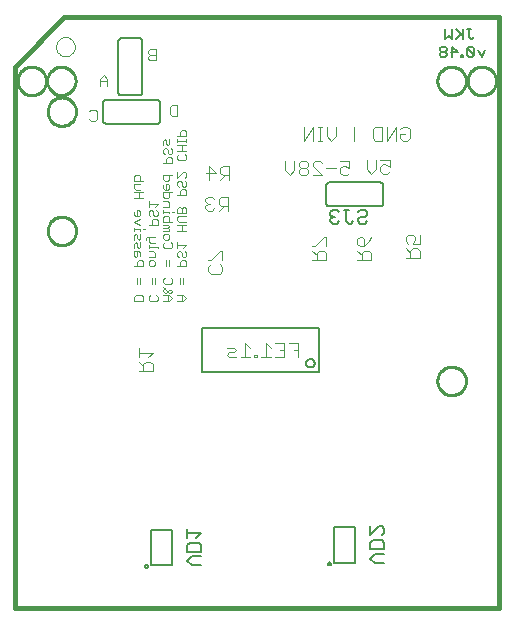
<source format=gbo>
G75*
%MOIN*%
%OFA0B0*%
%FSLAX24Y24*%
%IPPOS*%
%LPD*%
%AMOC8*
5,1,8,0,0,1.08239X$1,22.5*
%
%ADD10C,0.0160*%
%ADD11C,0.0050*%
%ADD12C,0.0040*%
%ADD13C,0.0030*%
%ADD14C,0.0020*%
%ADD15C,0.0100*%
%ADD16C,0.0000*%
%ADD17C,0.0080*%
%ADD18C,0.0060*%
D10*
X002254Y004003D02*
X018396Y004003D01*
X018396Y023688D01*
X003907Y023688D01*
X002254Y022034D01*
X002254Y004003D01*
D11*
X008008Y005561D02*
X008158Y005711D01*
X008459Y005711D01*
X008459Y005871D02*
X008459Y006096D01*
X008383Y006171D01*
X008083Y006171D01*
X008008Y006096D01*
X008008Y005871D01*
X008459Y005871D01*
X008459Y005411D02*
X008158Y005411D01*
X008008Y005561D01*
X008008Y006332D02*
X008008Y006632D01*
X008008Y006482D02*
X008459Y006482D01*
X008308Y006332D01*
X014110Y006410D02*
X014411Y006711D01*
X014486Y006711D01*
X014561Y006636D01*
X014561Y006485D01*
X014486Y006410D01*
X014486Y006250D02*
X014186Y006250D01*
X014110Y006175D01*
X014110Y005950D01*
X014561Y005950D01*
X014561Y006175D01*
X014486Y006250D01*
X014110Y006410D02*
X014110Y006711D01*
X014261Y005790D02*
X014110Y005640D01*
X014261Y005490D01*
X014561Y005490D01*
X014561Y005790D02*
X014261Y005790D01*
X013924Y016807D02*
X013773Y016807D01*
X013698Y016883D01*
X013698Y016958D01*
X013773Y017033D01*
X013924Y017033D01*
X013999Y017108D01*
X013999Y017183D01*
X013924Y017258D01*
X013773Y017258D01*
X013698Y017183D01*
X013538Y016883D02*
X013463Y016807D01*
X013388Y016807D01*
X013313Y016883D01*
X013313Y017258D01*
X013388Y017258D02*
X013238Y017258D01*
X013078Y017183D02*
X013003Y017258D01*
X012853Y017258D01*
X012778Y017183D01*
X012778Y017108D01*
X012853Y017033D01*
X012778Y016958D01*
X012778Y016883D01*
X012853Y016807D01*
X013003Y016807D01*
X013078Y016883D01*
X012928Y017033D02*
X012853Y017033D01*
X013924Y016807D02*
X013999Y016883D01*
X016475Y022359D02*
X016592Y022359D01*
X016650Y022417D01*
X016650Y022476D01*
X016592Y022534D01*
X016475Y022534D01*
X016417Y022476D01*
X016417Y022417D01*
X016475Y022359D01*
X016475Y022534D02*
X016417Y022592D01*
X016417Y022651D01*
X016475Y022709D01*
X016592Y022709D01*
X016650Y022651D01*
X016650Y022592D01*
X016592Y022534D01*
X016785Y022534D02*
X017019Y022534D01*
X016843Y022709D01*
X016843Y022359D01*
X017144Y022359D02*
X017203Y022359D01*
X017203Y022417D01*
X017144Y022417D01*
X017144Y022359D01*
X017338Y022417D02*
X017338Y022651D01*
X017571Y022417D01*
X017513Y022359D01*
X017396Y022359D01*
X017338Y022417D01*
X017338Y022651D02*
X017396Y022709D01*
X017513Y022709D01*
X017571Y022651D01*
X017571Y022417D01*
X017706Y022592D02*
X017823Y022359D01*
X017939Y022592D01*
X017571Y023017D02*
X017513Y022959D01*
X017454Y022959D01*
X017396Y023017D01*
X017396Y023309D01*
X017454Y023309D02*
X017338Y023309D01*
X017203Y023309D02*
X017203Y022959D01*
X017203Y023076D02*
X016969Y023309D01*
X016834Y023309D02*
X016834Y022959D01*
X016718Y023076D01*
X016601Y022959D01*
X016601Y023309D01*
X016969Y022959D02*
X017144Y023134D01*
D12*
X015346Y020035D02*
X015193Y020035D01*
X015116Y019958D01*
X015116Y019804D02*
X015269Y019804D01*
X015116Y019804D02*
X015116Y019651D01*
X015193Y019574D01*
X015346Y019574D01*
X015423Y019651D01*
X015423Y019958D01*
X015346Y020035D01*
X014962Y020035D02*
X014962Y019574D01*
X014655Y019574D02*
X014655Y020035D01*
X014502Y020035D02*
X014272Y020035D01*
X014195Y019958D01*
X014195Y019651D01*
X014272Y019574D01*
X014502Y019574D01*
X014502Y020035D01*
X014962Y020035D02*
X014655Y019574D01*
X014753Y018932D02*
X014447Y018932D01*
X014293Y018932D02*
X014293Y018625D01*
X014140Y018472D01*
X013986Y018625D01*
X013986Y018932D01*
X014447Y018702D02*
X014447Y018549D01*
X014523Y018472D01*
X014677Y018472D01*
X014753Y018549D01*
X014753Y018702D02*
X014600Y018779D01*
X014523Y018779D01*
X014447Y018702D01*
X014753Y018702D02*
X014753Y018932D01*
X013581Y019574D02*
X013581Y020035D01*
X012967Y020035D02*
X012967Y019728D01*
X012814Y019574D01*
X012660Y019728D01*
X012660Y020035D01*
X012507Y020035D02*
X012354Y020035D01*
X012430Y020035D02*
X012430Y019574D01*
X012354Y019574D02*
X012507Y019574D01*
X012200Y019574D02*
X012200Y020035D01*
X011893Y019574D01*
X011893Y020035D01*
X011957Y018893D02*
X011804Y018893D01*
X011727Y018816D01*
X011727Y018739D01*
X011804Y018663D01*
X011957Y018663D01*
X012034Y018739D01*
X012034Y018816D01*
X011957Y018893D01*
X011957Y018663D02*
X012034Y018586D01*
X012034Y018509D01*
X011957Y018432D01*
X011804Y018432D01*
X011727Y018509D01*
X011727Y018586D01*
X011804Y018663D01*
X011573Y018586D02*
X011573Y018893D01*
X011573Y018586D02*
X011420Y018432D01*
X011266Y018586D01*
X011266Y018893D01*
X012187Y018816D02*
X012264Y018893D01*
X012417Y018893D01*
X012494Y018816D01*
X012648Y018663D02*
X012955Y018663D01*
X013108Y018663D02*
X013185Y018739D01*
X013261Y018739D01*
X013415Y018663D01*
X013415Y018893D01*
X013108Y018893D01*
X013108Y018663D02*
X013108Y018509D01*
X013185Y018432D01*
X013338Y018432D01*
X013415Y018509D01*
X012494Y018432D02*
X012187Y018739D01*
X012187Y018816D01*
X012187Y018432D02*
X012494Y018432D01*
X012563Y016364D02*
X012256Y016057D01*
X012179Y016057D01*
X012179Y015903D02*
X012333Y015750D01*
X012333Y015826D02*
X012333Y015596D01*
X012179Y015596D02*
X012640Y015596D01*
X012640Y015826D01*
X012563Y015903D01*
X012410Y015903D01*
X012333Y015826D01*
X012640Y016057D02*
X012640Y016364D01*
X012563Y016364D01*
X013675Y016287D02*
X013675Y016133D01*
X013752Y016057D01*
X013906Y016057D01*
X013906Y016287D01*
X013829Y016364D01*
X013752Y016364D01*
X013675Y016287D01*
X013906Y016057D02*
X014059Y016210D01*
X014136Y016364D01*
X014059Y015903D02*
X013906Y015903D01*
X013829Y015826D01*
X013829Y015596D01*
X013675Y015596D02*
X014136Y015596D01*
X014136Y015826D01*
X014059Y015903D01*
X013829Y015750D02*
X013675Y015903D01*
X015290Y015982D02*
X015443Y015828D01*
X015443Y015905D02*
X015443Y015675D01*
X015290Y015675D02*
X015750Y015675D01*
X015750Y015905D01*
X015673Y015982D01*
X015520Y015982D01*
X015443Y015905D01*
X015366Y016135D02*
X015290Y016212D01*
X015290Y016366D01*
X015366Y016442D01*
X015520Y016442D01*
X015596Y016366D01*
X015596Y016289D01*
X015520Y016135D01*
X015750Y016135D01*
X015750Y016442D01*
X011704Y012817D02*
X011704Y012357D01*
X011704Y012587D02*
X011551Y012587D01*
X011704Y012817D02*
X011397Y012817D01*
X011244Y012817D02*
X011244Y012357D01*
X010937Y012357D01*
X010784Y012357D02*
X010477Y012357D01*
X010630Y012357D02*
X010630Y012817D01*
X010784Y012664D01*
X010937Y012817D02*
X011244Y012817D01*
X011244Y012587D02*
X011090Y012587D01*
X010323Y012434D02*
X010323Y012357D01*
X010246Y012357D01*
X010246Y012434D01*
X010323Y012434D01*
X010093Y012357D02*
X009786Y012357D01*
X009633Y012357D02*
X009402Y012357D01*
X009326Y012434D01*
X009402Y012510D01*
X009556Y012510D01*
X009633Y012587D01*
X009556Y012664D01*
X009326Y012664D01*
X009939Y012817D02*
X009939Y012357D01*
X010093Y012664D02*
X009939Y012817D01*
X009098Y015138D02*
X008791Y015138D01*
X008715Y015214D01*
X008715Y015368D01*
X008791Y015445D01*
X008791Y015598D02*
X008715Y015598D01*
X008791Y015598D02*
X009098Y015905D01*
X009175Y015905D01*
X009175Y015598D01*
X009098Y015445D02*
X009175Y015368D01*
X009175Y015214D01*
X009098Y015138D01*
X009067Y017239D02*
X009220Y017393D01*
X009143Y017393D02*
X009374Y017393D01*
X009374Y017239D02*
X009374Y017700D01*
X009143Y017700D01*
X009067Y017623D01*
X009067Y017470D01*
X009143Y017393D01*
X008913Y017316D02*
X008836Y017239D01*
X008683Y017239D01*
X008606Y017316D01*
X008606Y017393D01*
X008683Y017470D01*
X008760Y017470D01*
X008683Y017470D02*
X008606Y017546D01*
X008606Y017623D01*
X008683Y017700D01*
X008836Y017700D01*
X008913Y017623D01*
X008722Y018263D02*
X008722Y018724D01*
X008953Y018493D01*
X008646Y018493D01*
X009106Y018493D02*
X009183Y018417D01*
X009413Y018417D01*
X009259Y018417D02*
X009106Y018263D01*
X009106Y018493D02*
X009106Y018647D01*
X009183Y018724D01*
X009413Y018724D01*
X009413Y018263D01*
X006392Y012663D02*
X006392Y012356D01*
X006392Y012509D02*
X006852Y012509D01*
X006699Y012356D01*
X006776Y012202D02*
X006622Y012202D01*
X006545Y012126D01*
X006545Y011895D01*
X006392Y011895D02*
X006852Y011895D01*
X006852Y012126D01*
X006776Y012202D01*
X006545Y012049D02*
X006392Y012202D01*
D13*
X004933Y020238D02*
X004810Y020238D01*
X004748Y020300D01*
X004933Y020238D02*
X004995Y020300D01*
X004995Y020547D01*
X004933Y020609D01*
X004810Y020609D01*
X004748Y020547D01*
X005102Y021380D02*
X005102Y021627D01*
X005226Y021750D01*
X005349Y021627D01*
X005349Y021380D01*
X005349Y021565D02*
X005102Y021565D01*
X006716Y022308D02*
X006778Y022246D01*
X006963Y022246D01*
X006963Y022617D01*
X006778Y022617D01*
X006716Y022555D01*
X006716Y022493D01*
X006778Y022431D01*
X006963Y022431D01*
X006778Y022431D02*
X006716Y022370D01*
X006716Y022308D01*
X007487Y020766D02*
X007425Y020705D01*
X007425Y020458D01*
X007487Y020396D01*
X007672Y020396D01*
X007672Y020766D01*
X007487Y020766D01*
D14*
X007830Y019910D02*
X007780Y019860D01*
X007780Y019710D01*
X007680Y019710D02*
X007980Y019710D01*
X007980Y019860D01*
X007930Y019910D01*
X007830Y019910D01*
X007680Y019614D02*
X007680Y019514D01*
X007680Y019564D02*
X007980Y019564D01*
X007980Y019514D02*
X007980Y019614D01*
X007980Y019419D02*
X007680Y019419D01*
X007830Y019419D02*
X007830Y019219D01*
X007730Y019124D02*
X007680Y019074D01*
X007680Y018974D01*
X007730Y018924D01*
X007930Y018924D01*
X007980Y018974D01*
X007980Y019074D01*
X007930Y019124D01*
X007980Y019219D02*
X007680Y019219D01*
X007500Y019171D02*
X007450Y019121D01*
X007400Y019121D01*
X007350Y019171D01*
X007350Y019271D01*
X007300Y019321D01*
X007250Y019321D01*
X007200Y019271D01*
X007200Y019171D01*
X007250Y019121D01*
X007350Y019026D02*
X007300Y018976D01*
X007300Y018826D01*
X007200Y018826D02*
X007500Y018826D01*
X007500Y018976D01*
X007450Y019026D01*
X007350Y019026D01*
X007500Y019171D02*
X007500Y019271D01*
X007450Y019321D01*
X007350Y019415D02*
X007400Y019465D01*
X007400Y019615D01*
X007300Y019565D02*
X007300Y019465D01*
X007350Y019415D01*
X007200Y019415D02*
X007200Y019565D01*
X007250Y019615D01*
X007300Y019565D01*
X007680Y018535D02*
X007680Y018335D01*
X007880Y018535D01*
X007930Y018535D01*
X007980Y018485D01*
X007980Y018385D01*
X007930Y018335D01*
X007930Y018240D02*
X007980Y018190D01*
X007980Y018090D01*
X007930Y018040D01*
X007880Y018040D01*
X007830Y018090D01*
X007830Y018190D01*
X007780Y018240D01*
X007730Y018240D01*
X007680Y018190D01*
X007680Y018090D01*
X007730Y018040D01*
X007830Y017946D02*
X007780Y017896D01*
X007780Y017746D01*
X007680Y017746D02*
X007980Y017746D01*
X007980Y017896D01*
X007930Y017946D01*
X007830Y017946D01*
X007500Y017848D02*
X007200Y017848D01*
X007200Y017697D01*
X007250Y017647D01*
X007350Y017647D01*
X007400Y017697D01*
X007400Y017848D01*
X007350Y017942D02*
X007400Y017992D01*
X007400Y018092D01*
X007350Y018142D01*
X007300Y018142D01*
X007300Y017942D01*
X007250Y017942D02*
X007350Y017942D01*
X007250Y017942D02*
X007200Y017992D01*
X007200Y018092D01*
X007250Y018237D02*
X007350Y018237D01*
X007400Y018287D01*
X007400Y018437D01*
X007500Y018437D02*
X007200Y018437D01*
X007200Y018287D01*
X007250Y018237D01*
X007200Y017553D02*
X007350Y017553D01*
X007400Y017503D01*
X007400Y017353D01*
X007200Y017353D01*
X007200Y017256D02*
X007200Y017156D01*
X007200Y017206D02*
X007400Y017206D01*
X007400Y017156D01*
X007350Y017062D02*
X007400Y017012D01*
X007400Y016862D01*
X007500Y016862D02*
X007200Y016862D01*
X007200Y017012D01*
X007250Y017062D01*
X007350Y017062D01*
X007500Y017206D02*
X007550Y017206D01*
X007680Y017156D02*
X007680Y017306D01*
X007730Y017356D01*
X007780Y017356D01*
X007830Y017306D01*
X007830Y017156D01*
X007730Y017062D02*
X007980Y017062D01*
X007980Y017156D02*
X007980Y017306D01*
X007930Y017356D01*
X007880Y017356D01*
X007830Y017306D01*
X007680Y017156D02*
X007980Y017156D01*
X007730Y017062D02*
X007680Y017012D01*
X007680Y016912D01*
X007730Y016862D01*
X007980Y016862D01*
X007980Y016767D02*
X007680Y016767D01*
X007830Y016767D02*
X007830Y016567D01*
X007680Y016567D02*
X007980Y016567D01*
X007980Y016078D02*
X007680Y016078D01*
X007680Y015978D02*
X007680Y016178D01*
X007500Y016128D02*
X007500Y016028D01*
X007450Y015978D01*
X007250Y015978D01*
X007200Y016028D01*
X007200Y016128D01*
X007250Y016178D01*
X007250Y016272D02*
X007200Y016322D01*
X007200Y016422D01*
X007250Y016473D01*
X007350Y016473D01*
X007400Y016422D01*
X007400Y016322D01*
X007350Y016272D01*
X007250Y016272D01*
X007450Y016178D02*
X007500Y016128D01*
X007730Y015883D02*
X007680Y015833D01*
X007680Y015733D01*
X007730Y015683D01*
X007830Y015733D02*
X007830Y015833D01*
X007780Y015883D01*
X007730Y015883D01*
X007880Y015978D02*
X007980Y016078D01*
X007930Y015883D02*
X007980Y015833D01*
X007980Y015733D01*
X007930Y015683D01*
X007880Y015683D01*
X007830Y015733D01*
X007830Y015589D02*
X007780Y015539D01*
X007780Y015388D01*
X007680Y015388D02*
X007980Y015388D01*
X007980Y015539D01*
X007930Y015589D01*
X007830Y015589D01*
X007400Y015589D02*
X007400Y015388D01*
X007300Y015388D02*
X007300Y015589D01*
X006920Y015539D02*
X006920Y015438D01*
X006870Y015388D01*
X006770Y015388D01*
X006720Y015438D01*
X006720Y015539D01*
X006770Y015589D01*
X006870Y015589D01*
X006920Y015539D01*
X006920Y015683D02*
X006720Y015683D01*
X006720Y015883D02*
X006870Y015883D01*
X006920Y015833D01*
X006920Y015683D01*
X007020Y015978D02*
X007020Y016028D01*
X006720Y016028D01*
X006720Y015978D02*
X006720Y016078D01*
X006770Y016174D02*
X006720Y016224D01*
X006720Y016374D01*
X006670Y016374D02*
X006620Y016324D01*
X006620Y016274D01*
X006670Y016374D02*
X006920Y016374D01*
X006920Y016174D02*
X006770Y016174D01*
X006440Y016178D02*
X006440Y016028D01*
X006390Y015978D01*
X006340Y016028D01*
X006340Y016128D01*
X006290Y016178D01*
X006240Y016128D01*
X006240Y015978D01*
X006240Y015883D02*
X006240Y015733D01*
X006290Y015683D01*
X006340Y015733D01*
X006340Y015883D01*
X006390Y015883D02*
X006240Y015883D01*
X006390Y015883D02*
X006440Y015833D01*
X006440Y015733D01*
X006390Y015589D02*
X006340Y015539D01*
X006340Y015388D01*
X006240Y015388D02*
X006540Y015388D01*
X006540Y015539D01*
X006490Y015589D01*
X006390Y015589D01*
X006340Y014999D02*
X006340Y014799D01*
X006440Y014799D02*
X006440Y014999D01*
X006820Y014999D02*
X006820Y014799D01*
X006920Y014799D02*
X006920Y014999D01*
X007200Y014949D02*
X007250Y014999D01*
X007200Y014949D02*
X007200Y014849D01*
X007250Y014799D01*
X007450Y014799D01*
X007500Y014849D01*
X007500Y014949D01*
X007450Y014999D01*
X007300Y014705D02*
X007200Y014605D01*
X007200Y014554D01*
X007250Y014504D01*
X007300Y014504D01*
X007400Y014605D01*
X007450Y014605D01*
X007500Y014554D01*
X007450Y014504D01*
X007400Y014504D01*
X007200Y014705D01*
X007200Y014410D02*
X007400Y014410D01*
X007500Y014310D01*
X007400Y014210D01*
X007200Y014210D01*
X007350Y014210D02*
X007350Y014410D01*
X007680Y014410D02*
X007880Y014410D01*
X007980Y014310D01*
X007880Y014210D01*
X007680Y014210D01*
X007830Y014210D02*
X007830Y014410D01*
X007780Y014799D02*
X007780Y014999D01*
X007880Y014999D02*
X007880Y014799D01*
X007020Y014360D02*
X007020Y014260D01*
X006970Y014210D01*
X006770Y014210D01*
X006720Y014260D01*
X006720Y014360D01*
X006770Y014410D01*
X006970Y014410D02*
X007020Y014360D01*
X006540Y014360D02*
X006540Y014210D01*
X006240Y014210D01*
X006240Y014360D01*
X006290Y014410D01*
X006490Y014410D01*
X006540Y014360D01*
X006390Y016272D02*
X006340Y016322D01*
X006340Y016422D01*
X006290Y016473D01*
X006240Y016422D01*
X006240Y016272D01*
X006390Y016272D02*
X006440Y016322D01*
X006440Y016473D01*
X006440Y016567D02*
X006440Y016617D01*
X006240Y016617D01*
X006240Y016567D02*
X006240Y016667D01*
X006240Y016864D02*
X006440Y016964D01*
X006390Y017058D02*
X006290Y017058D01*
X006240Y017108D01*
X006240Y017208D01*
X006340Y017258D02*
X006340Y017058D01*
X006390Y017058D02*
X006440Y017108D01*
X006440Y017208D01*
X006390Y017258D01*
X006340Y017258D01*
X006390Y017647D02*
X006390Y017848D01*
X006440Y017942D02*
X006290Y017942D01*
X006240Y017992D01*
X006240Y018142D01*
X006440Y018142D01*
X006440Y018237D02*
X006440Y018387D01*
X006390Y018437D01*
X006290Y018437D01*
X006240Y018387D01*
X006240Y018237D01*
X006540Y018237D01*
X006540Y017848D02*
X006240Y017848D01*
X006240Y017647D02*
X006540Y017647D01*
X006720Y017553D02*
X006720Y017353D01*
X006720Y017453D02*
X007020Y017453D01*
X006920Y017353D01*
X006970Y017258D02*
X007020Y017208D01*
X007020Y017108D01*
X006970Y017058D01*
X006920Y017058D01*
X006870Y017108D01*
X006870Y017208D01*
X006820Y017258D01*
X006770Y017258D01*
X006720Y017208D01*
X006720Y017108D01*
X006770Y017058D01*
X006870Y016964D02*
X006820Y016914D01*
X006820Y016763D01*
X006720Y016763D02*
X007020Y016763D01*
X007020Y016914D01*
X006970Y016964D01*
X006870Y016964D01*
X006590Y016617D02*
X006540Y016617D01*
X006440Y016763D02*
X006240Y016864D01*
X007200Y016767D02*
X007350Y016767D01*
X007400Y016717D01*
X007350Y016667D01*
X007200Y016667D01*
X007200Y016567D02*
X007400Y016567D01*
X007400Y016617D01*
X007350Y016667D01*
D15*
X003355Y016562D02*
X003357Y016605D01*
X003363Y016648D01*
X003373Y016690D01*
X003386Y016731D01*
X003403Y016770D01*
X003424Y016808D01*
X003448Y016844D01*
X003475Y016878D01*
X003505Y016908D01*
X003538Y016936D01*
X003574Y016961D01*
X003611Y016983D01*
X003650Y017001D01*
X003691Y017015D01*
X003733Y017026D01*
X003775Y017033D01*
X003818Y017036D01*
X003861Y017035D01*
X003904Y017030D01*
X003946Y017021D01*
X003988Y017009D01*
X004028Y016992D01*
X004066Y016972D01*
X004102Y016949D01*
X004136Y016923D01*
X004168Y016893D01*
X004197Y016861D01*
X004222Y016826D01*
X004245Y016790D01*
X004264Y016751D01*
X004279Y016711D01*
X004291Y016669D01*
X004299Y016627D01*
X004303Y016584D01*
X004303Y016540D01*
X004299Y016497D01*
X004291Y016455D01*
X004279Y016413D01*
X004264Y016373D01*
X004245Y016334D01*
X004222Y016298D01*
X004197Y016263D01*
X004168Y016231D01*
X004136Y016201D01*
X004102Y016175D01*
X004066Y016152D01*
X004028Y016132D01*
X003988Y016115D01*
X003946Y016103D01*
X003904Y016094D01*
X003861Y016089D01*
X003818Y016088D01*
X003775Y016091D01*
X003733Y016098D01*
X003691Y016109D01*
X003650Y016123D01*
X003611Y016141D01*
X003574Y016163D01*
X003538Y016188D01*
X003505Y016216D01*
X003475Y016246D01*
X003448Y016280D01*
X003424Y016316D01*
X003403Y016354D01*
X003386Y016393D01*
X003373Y016434D01*
X003363Y016476D01*
X003357Y016519D01*
X003355Y016562D01*
X003355Y020538D02*
X003357Y020581D01*
X003363Y020624D01*
X003373Y020666D01*
X003386Y020707D01*
X003403Y020746D01*
X003424Y020784D01*
X003448Y020820D01*
X003475Y020854D01*
X003505Y020884D01*
X003538Y020912D01*
X003574Y020937D01*
X003611Y020959D01*
X003650Y020977D01*
X003691Y020991D01*
X003733Y021002D01*
X003775Y021009D01*
X003818Y021012D01*
X003861Y021011D01*
X003904Y021006D01*
X003946Y020997D01*
X003988Y020985D01*
X004028Y020968D01*
X004066Y020948D01*
X004102Y020925D01*
X004136Y020899D01*
X004168Y020869D01*
X004197Y020837D01*
X004222Y020802D01*
X004245Y020766D01*
X004264Y020727D01*
X004279Y020687D01*
X004291Y020645D01*
X004299Y020603D01*
X004303Y020560D01*
X004303Y020516D01*
X004299Y020473D01*
X004291Y020431D01*
X004279Y020389D01*
X004264Y020349D01*
X004245Y020310D01*
X004222Y020274D01*
X004197Y020239D01*
X004168Y020207D01*
X004136Y020177D01*
X004102Y020151D01*
X004066Y020128D01*
X004028Y020108D01*
X003988Y020091D01*
X003946Y020079D01*
X003904Y020070D01*
X003861Y020065D01*
X003818Y020064D01*
X003775Y020067D01*
X003733Y020074D01*
X003691Y020085D01*
X003650Y020099D01*
X003611Y020117D01*
X003574Y020139D01*
X003538Y020164D01*
X003505Y020192D01*
X003475Y020222D01*
X003448Y020256D01*
X003424Y020292D01*
X003403Y020330D01*
X003386Y020369D01*
X003373Y020410D01*
X003363Y020452D01*
X003357Y020495D01*
X003355Y020538D01*
X003335Y021562D02*
X003337Y021605D01*
X003343Y021648D01*
X003353Y021690D01*
X003366Y021731D01*
X003383Y021770D01*
X003404Y021808D01*
X003428Y021844D01*
X003455Y021878D01*
X003485Y021908D01*
X003518Y021936D01*
X003554Y021961D01*
X003591Y021983D01*
X003630Y022001D01*
X003671Y022015D01*
X003713Y022026D01*
X003755Y022033D01*
X003798Y022036D01*
X003841Y022035D01*
X003884Y022030D01*
X003926Y022021D01*
X003968Y022009D01*
X004008Y021992D01*
X004046Y021972D01*
X004082Y021949D01*
X004116Y021923D01*
X004148Y021893D01*
X004177Y021861D01*
X004202Y021826D01*
X004225Y021790D01*
X004244Y021751D01*
X004259Y021711D01*
X004271Y021669D01*
X004279Y021627D01*
X004283Y021584D01*
X004283Y021540D01*
X004279Y021497D01*
X004271Y021455D01*
X004259Y021413D01*
X004244Y021373D01*
X004225Y021334D01*
X004202Y021298D01*
X004177Y021263D01*
X004148Y021231D01*
X004116Y021201D01*
X004082Y021175D01*
X004046Y021152D01*
X004008Y021132D01*
X003968Y021115D01*
X003926Y021103D01*
X003884Y021094D01*
X003841Y021089D01*
X003798Y021088D01*
X003755Y021091D01*
X003713Y021098D01*
X003671Y021109D01*
X003630Y021123D01*
X003591Y021141D01*
X003554Y021163D01*
X003518Y021188D01*
X003485Y021216D01*
X003455Y021246D01*
X003428Y021280D01*
X003404Y021316D01*
X003383Y021354D01*
X003366Y021393D01*
X003353Y021434D01*
X003343Y021476D01*
X003337Y021519D01*
X003335Y021562D01*
X002351Y021562D02*
X002353Y021605D01*
X002359Y021648D01*
X002369Y021690D01*
X002382Y021731D01*
X002399Y021770D01*
X002420Y021808D01*
X002444Y021844D01*
X002471Y021878D01*
X002501Y021908D01*
X002534Y021936D01*
X002570Y021961D01*
X002607Y021983D01*
X002646Y022001D01*
X002687Y022015D01*
X002729Y022026D01*
X002771Y022033D01*
X002814Y022036D01*
X002857Y022035D01*
X002900Y022030D01*
X002942Y022021D01*
X002984Y022009D01*
X003024Y021992D01*
X003062Y021972D01*
X003098Y021949D01*
X003132Y021923D01*
X003164Y021893D01*
X003193Y021861D01*
X003218Y021826D01*
X003241Y021790D01*
X003260Y021751D01*
X003275Y021711D01*
X003287Y021669D01*
X003295Y021627D01*
X003299Y021584D01*
X003299Y021540D01*
X003295Y021497D01*
X003287Y021455D01*
X003275Y021413D01*
X003260Y021373D01*
X003241Y021334D01*
X003218Y021298D01*
X003193Y021263D01*
X003164Y021231D01*
X003132Y021201D01*
X003098Y021175D01*
X003062Y021152D01*
X003024Y021132D01*
X002984Y021115D01*
X002942Y021103D01*
X002900Y021094D01*
X002857Y021089D01*
X002814Y021088D01*
X002771Y021091D01*
X002729Y021098D01*
X002687Y021109D01*
X002646Y021123D01*
X002607Y021141D01*
X002570Y021163D01*
X002534Y021188D01*
X002501Y021216D01*
X002471Y021246D01*
X002444Y021280D01*
X002420Y021316D01*
X002399Y021354D01*
X002382Y021393D01*
X002369Y021434D01*
X002359Y021476D01*
X002353Y021519D01*
X002351Y021562D01*
X016347Y021562D02*
X016349Y021605D01*
X016355Y021648D01*
X016365Y021690D01*
X016378Y021731D01*
X016395Y021770D01*
X016416Y021808D01*
X016440Y021844D01*
X016467Y021878D01*
X016497Y021908D01*
X016530Y021936D01*
X016566Y021961D01*
X016603Y021983D01*
X016642Y022001D01*
X016683Y022015D01*
X016725Y022026D01*
X016767Y022033D01*
X016810Y022036D01*
X016853Y022035D01*
X016896Y022030D01*
X016938Y022021D01*
X016980Y022009D01*
X017020Y021992D01*
X017058Y021972D01*
X017094Y021949D01*
X017128Y021923D01*
X017160Y021893D01*
X017189Y021861D01*
X017214Y021826D01*
X017237Y021790D01*
X017256Y021751D01*
X017271Y021711D01*
X017283Y021669D01*
X017291Y021627D01*
X017295Y021584D01*
X017295Y021540D01*
X017291Y021497D01*
X017283Y021455D01*
X017271Y021413D01*
X017256Y021373D01*
X017237Y021334D01*
X017214Y021298D01*
X017189Y021263D01*
X017160Y021231D01*
X017128Y021201D01*
X017094Y021175D01*
X017058Y021152D01*
X017020Y021132D01*
X016980Y021115D01*
X016938Y021103D01*
X016896Y021094D01*
X016853Y021089D01*
X016810Y021088D01*
X016767Y021091D01*
X016725Y021098D01*
X016683Y021109D01*
X016642Y021123D01*
X016603Y021141D01*
X016566Y021163D01*
X016530Y021188D01*
X016497Y021216D01*
X016467Y021246D01*
X016440Y021280D01*
X016416Y021316D01*
X016395Y021354D01*
X016378Y021393D01*
X016365Y021434D01*
X016355Y021476D01*
X016349Y021519D01*
X016347Y021562D01*
X017351Y021562D02*
X017353Y021605D01*
X017359Y021648D01*
X017369Y021690D01*
X017382Y021731D01*
X017399Y021770D01*
X017420Y021808D01*
X017444Y021844D01*
X017471Y021878D01*
X017501Y021908D01*
X017534Y021936D01*
X017570Y021961D01*
X017607Y021983D01*
X017646Y022001D01*
X017687Y022015D01*
X017729Y022026D01*
X017771Y022033D01*
X017814Y022036D01*
X017857Y022035D01*
X017900Y022030D01*
X017942Y022021D01*
X017984Y022009D01*
X018024Y021992D01*
X018062Y021972D01*
X018098Y021949D01*
X018132Y021923D01*
X018164Y021893D01*
X018193Y021861D01*
X018218Y021826D01*
X018241Y021790D01*
X018260Y021751D01*
X018275Y021711D01*
X018287Y021669D01*
X018295Y021627D01*
X018299Y021584D01*
X018299Y021540D01*
X018295Y021497D01*
X018287Y021455D01*
X018275Y021413D01*
X018260Y021373D01*
X018241Y021334D01*
X018218Y021298D01*
X018193Y021263D01*
X018164Y021231D01*
X018132Y021201D01*
X018098Y021175D01*
X018062Y021152D01*
X018024Y021132D01*
X017984Y021115D01*
X017942Y021103D01*
X017900Y021094D01*
X017857Y021089D01*
X017814Y021088D01*
X017771Y021091D01*
X017729Y021098D01*
X017687Y021109D01*
X017646Y021123D01*
X017607Y021141D01*
X017570Y021163D01*
X017534Y021188D01*
X017501Y021216D01*
X017471Y021246D01*
X017444Y021280D01*
X017420Y021316D01*
X017399Y021354D01*
X017382Y021393D01*
X017369Y021434D01*
X017359Y021476D01*
X017353Y021519D01*
X017351Y021562D01*
X016347Y011562D02*
X016349Y011605D01*
X016355Y011648D01*
X016365Y011690D01*
X016378Y011731D01*
X016395Y011770D01*
X016416Y011808D01*
X016440Y011844D01*
X016467Y011878D01*
X016497Y011908D01*
X016530Y011936D01*
X016566Y011961D01*
X016603Y011983D01*
X016642Y012001D01*
X016683Y012015D01*
X016725Y012026D01*
X016767Y012033D01*
X016810Y012036D01*
X016853Y012035D01*
X016896Y012030D01*
X016938Y012021D01*
X016980Y012009D01*
X017020Y011992D01*
X017058Y011972D01*
X017094Y011949D01*
X017128Y011923D01*
X017160Y011893D01*
X017189Y011861D01*
X017214Y011826D01*
X017237Y011790D01*
X017256Y011751D01*
X017271Y011711D01*
X017283Y011669D01*
X017291Y011627D01*
X017295Y011584D01*
X017295Y011540D01*
X017291Y011497D01*
X017283Y011455D01*
X017271Y011413D01*
X017256Y011373D01*
X017237Y011334D01*
X017214Y011298D01*
X017189Y011263D01*
X017160Y011231D01*
X017128Y011201D01*
X017094Y011175D01*
X017058Y011152D01*
X017020Y011132D01*
X016980Y011115D01*
X016938Y011103D01*
X016896Y011094D01*
X016853Y011089D01*
X016810Y011088D01*
X016767Y011091D01*
X016725Y011098D01*
X016683Y011109D01*
X016642Y011123D01*
X016603Y011141D01*
X016566Y011163D01*
X016530Y011188D01*
X016497Y011216D01*
X016467Y011246D01*
X016440Y011280D01*
X016416Y011316D01*
X016395Y011354D01*
X016378Y011393D01*
X016365Y011434D01*
X016355Y011476D01*
X016349Y011519D01*
X016347Y011562D01*
D16*
X003632Y022704D02*
X003634Y022739D01*
X003640Y022774D01*
X003650Y022808D01*
X003663Y022841D01*
X003680Y022872D01*
X003701Y022900D01*
X003724Y022927D01*
X003751Y022950D01*
X003779Y022971D01*
X003810Y022988D01*
X003843Y023001D01*
X003877Y023011D01*
X003912Y023017D01*
X003947Y023019D01*
X003982Y023017D01*
X004017Y023011D01*
X004051Y023001D01*
X004084Y022988D01*
X004115Y022971D01*
X004143Y022950D01*
X004170Y022927D01*
X004193Y022900D01*
X004214Y022872D01*
X004231Y022841D01*
X004244Y022808D01*
X004254Y022774D01*
X004260Y022739D01*
X004262Y022704D01*
X004260Y022669D01*
X004254Y022634D01*
X004244Y022600D01*
X004231Y022567D01*
X004214Y022536D01*
X004193Y022508D01*
X004170Y022481D01*
X004143Y022458D01*
X004115Y022437D01*
X004084Y022420D01*
X004051Y022407D01*
X004017Y022397D01*
X003982Y022391D01*
X003947Y022389D01*
X003912Y022391D01*
X003877Y022397D01*
X003843Y022407D01*
X003810Y022420D01*
X003779Y022437D01*
X003751Y022458D01*
X003724Y022481D01*
X003701Y022508D01*
X003680Y022536D01*
X003663Y022567D01*
X003650Y022600D01*
X003640Y022634D01*
X003634Y022669D01*
X003632Y022704D01*
D17*
X008509Y013315D02*
X008509Y011859D01*
X012407Y011859D01*
X012407Y013315D01*
X012399Y013315D02*
X008509Y013315D01*
X011970Y012154D02*
X011972Y012177D01*
X011978Y012200D01*
X011987Y012222D01*
X012000Y012241D01*
X012016Y012258D01*
X012034Y012273D01*
X012055Y012284D01*
X012077Y012292D01*
X012100Y012296D01*
X012124Y012296D01*
X012147Y012292D01*
X012169Y012284D01*
X012190Y012273D01*
X012208Y012258D01*
X012224Y012241D01*
X012237Y012222D01*
X012246Y012200D01*
X012252Y012177D01*
X012254Y012154D01*
X012252Y012131D01*
X012246Y012108D01*
X012237Y012086D01*
X012224Y012067D01*
X012208Y012050D01*
X012190Y012035D01*
X012169Y012024D01*
X012147Y012016D01*
X012124Y012012D01*
X012100Y012012D01*
X012077Y012016D01*
X012055Y012024D01*
X012034Y012035D01*
X012016Y012050D01*
X012000Y012067D01*
X011987Y012086D01*
X011978Y012108D01*
X011972Y012131D01*
X011970Y012154D01*
D18*
X012742Y017382D02*
X014442Y017382D01*
X014459Y017384D01*
X014476Y017388D01*
X014492Y017395D01*
X014506Y017405D01*
X014519Y017418D01*
X014529Y017432D01*
X014536Y017448D01*
X014540Y017465D01*
X014542Y017482D01*
X014542Y018082D01*
X014540Y018099D01*
X014536Y018116D01*
X014529Y018132D01*
X014519Y018146D01*
X014506Y018159D01*
X014492Y018169D01*
X014476Y018176D01*
X014459Y018180D01*
X014442Y018182D01*
X012742Y018182D01*
X012725Y018180D01*
X012708Y018176D01*
X012692Y018169D01*
X012678Y018159D01*
X012665Y018146D01*
X012655Y018132D01*
X012648Y018116D01*
X012644Y018099D01*
X012642Y018082D01*
X012642Y017482D01*
X012644Y017465D01*
X012648Y017448D01*
X012655Y017432D01*
X012665Y017418D01*
X012678Y017405D01*
X012692Y017395D01*
X012708Y017388D01*
X012725Y017384D01*
X012742Y017382D01*
X007101Y020238D02*
X007101Y020838D01*
X007099Y020855D01*
X007095Y020872D01*
X007088Y020888D01*
X007078Y020902D01*
X007065Y020915D01*
X007051Y020925D01*
X007035Y020932D01*
X007018Y020936D01*
X007001Y020938D01*
X005301Y020938D01*
X005284Y020936D01*
X005267Y020932D01*
X005251Y020925D01*
X005237Y020915D01*
X005224Y020902D01*
X005214Y020888D01*
X005207Y020872D01*
X005203Y020855D01*
X005201Y020838D01*
X005201Y020238D01*
X005203Y020221D01*
X005207Y020204D01*
X005214Y020188D01*
X005224Y020174D01*
X005237Y020161D01*
X005251Y020151D01*
X005267Y020144D01*
X005284Y020140D01*
X005301Y020138D01*
X007001Y020138D01*
X007018Y020140D01*
X007035Y020144D01*
X007051Y020151D01*
X007065Y020161D01*
X007078Y020174D01*
X007088Y020188D01*
X007095Y020204D01*
X007099Y020221D01*
X007101Y020238D01*
X006412Y021084D02*
X005812Y021084D01*
X005795Y021086D01*
X005778Y021090D01*
X005762Y021097D01*
X005748Y021107D01*
X005735Y021120D01*
X005725Y021134D01*
X005718Y021150D01*
X005714Y021167D01*
X005712Y021184D01*
X005712Y022884D01*
X005714Y022901D01*
X005718Y022918D01*
X005725Y022934D01*
X005735Y022948D01*
X005748Y022961D01*
X005762Y022971D01*
X005778Y022978D01*
X005795Y022982D01*
X005812Y022984D01*
X006412Y022984D01*
X006429Y022982D01*
X006446Y022978D01*
X006462Y022971D01*
X006476Y022961D01*
X006489Y022948D01*
X006499Y022934D01*
X006506Y022918D01*
X006510Y022901D01*
X006512Y022884D01*
X006512Y021184D01*
X006510Y021167D01*
X006506Y021150D01*
X006499Y021134D01*
X006489Y021120D01*
X006476Y021107D01*
X006462Y021097D01*
X006446Y021090D01*
X006429Y021086D01*
X006412Y021084D01*
X006804Y006601D02*
X006804Y005420D01*
X007491Y005420D01*
X007491Y006601D01*
X006804Y006601D01*
X006600Y005386D02*
X006602Y005399D01*
X006607Y005411D01*
X006616Y005421D01*
X006627Y005428D01*
X006639Y005432D01*
X006653Y005432D01*
X006665Y005428D01*
X006676Y005421D01*
X006685Y005411D01*
X006690Y005399D01*
X006692Y005386D01*
X006690Y005373D01*
X006685Y005361D01*
X006676Y005351D01*
X006665Y005344D01*
X006653Y005340D01*
X006639Y005340D01*
X006627Y005344D01*
X006616Y005351D01*
X006607Y005361D01*
X006602Y005373D01*
X006600Y005386D01*
X012702Y005465D02*
X012704Y005478D01*
X012709Y005490D01*
X012718Y005500D01*
X012729Y005507D01*
X012741Y005511D01*
X012755Y005511D01*
X012767Y005507D01*
X012778Y005500D01*
X012787Y005490D01*
X012792Y005478D01*
X012794Y005465D01*
X012792Y005452D01*
X012787Y005440D01*
X012778Y005430D01*
X012767Y005423D01*
X012755Y005419D01*
X012741Y005419D01*
X012729Y005423D01*
X012718Y005430D01*
X012709Y005440D01*
X012704Y005452D01*
X012702Y005465D01*
X012906Y005499D02*
X013594Y005499D01*
X013594Y006680D01*
X012906Y006680D01*
X012906Y005499D01*
M02*

</source>
